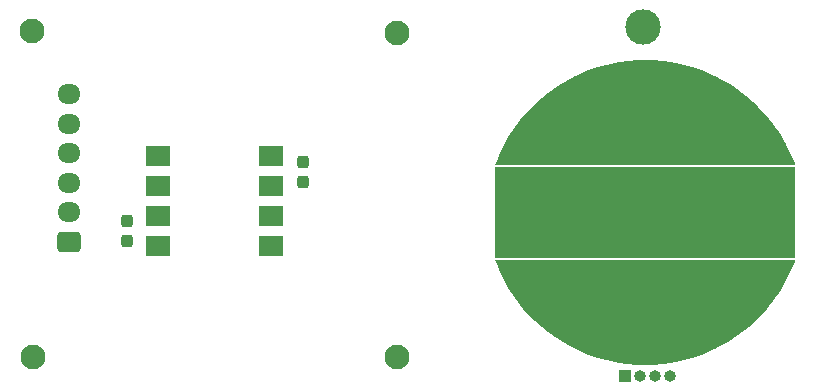
<source format=gbr>
%TF.GenerationSoftware,KiCad,Pcbnew,8.0.4*%
%TF.CreationDate,2024-11-05T13:43:53+01:00*%
%TF.ProjectId,Nutzen,4e75747a-656e-42e6-9b69-6361645f7063,rev?*%
%TF.SameCoordinates,PX791ddc0PY78a3ca0*%
%TF.FileFunction,Soldermask,Bot*%
%TF.FilePolarity,Negative*%
%FSLAX46Y46*%
G04 Gerber Fmt 4.6, Leading zero omitted, Abs format (unit mm)*
G04 Created by KiCad (PCBNEW 8.0.4) date 2024-11-05 13:43:53*
%MOMM*%
%LPD*%
G01*
G04 APERTURE LIST*
G04 Aperture macros list*
%AMRoundRect*
0 Rectangle with rounded corners*
0 $1 Rounding radius*
0 $2 $3 $4 $5 $6 $7 $8 $9 X,Y pos of 4 corners*
0 Add a 4 corners polygon primitive as box body*
4,1,4,$2,$3,$4,$5,$6,$7,$8,$9,$2,$3,0*
0 Add four circle primitives for the rounded corners*
1,1,$1+$1,$2,$3*
1,1,$1+$1,$4,$5*
1,1,$1+$1,$6,$7*
1,1,$1+$1,$8,$9*
0 Add four rect primitives between the rounded corners*
20,1,$1+$1,$2,$3,$4,$5,0*
20,1,$1+$1,$4,$5,$6,$7,0*
20,1,$1+$1,$6,$7,$8,$9,0*
20,1,$1+$1,$8,$9,$2,$3,0*%
G04 Aperture macros list end*
%ADD10C,0.000000*%
%ADD11RoundRect,0.250000X0.725000X-0.600000X0.725000X0.600000X-0.725000X0.600000X-0.725000X-0.600000X0*%
%ADD12O,1.950000X1.700000*%
%ADD13C,2.100000*%
%ADD14RoundRect,0.237500X-0.237500X0.300000X-0.237500X-0.300000X0.237500X-0.300000X0.237500X0.300000X0*%
%ADD15R,2.000000X1.780000*%
%ADD16R,1.000000X1.000000*%
%ADD17O,1.000000X1.000000*%
%ADD18C,3.000000*%
G04 APERTURE END LIST*
D10*
G36*
X66999730Y10720000D02*
G01*
X66999730Y10720000D01*
G75*
G02*
X41599730Y10720000I-12700000J4675447D01*
G01*
X66999730Y10720000D01*
G37*
G36*
X66999730Y10920000D02*
G01*
X41599730Y10920000D01*
X41599730Y18620000D01*
X66999730Y18620000D01*
X66999730Y10920000D01*
G37*
G36*
X41599730Y18820000D02*
G01*
X41599730Y18820000D01*
G75*
G02*
X66999730Y18820000I12700000J-4675447D01*
G01*
X41599730Y18820000D01*
G37*
D11*
%TO.C,J1*%
X5520000Y12270000D03*
D12*
X5520000Y14770000D03*
X5520000Y17270000D03*
X5520000Y19770000D03*
X5520000Y22270000D03*
X5520000Y24770000D03*
%TD*%
D13*
%TO.C,M2*%
X33300000Y30000000D03*
%TD*%
%TO.C,M4*%
X33300000Y2500000D03*
%TD*%
%TO.C,M1*%
X2400000Y30100000D03*
%TD*%
%TO.C,M3*%
X2450000Y2510000D03*
%TD*%
D14*
%TO.C,C7*%
X25300000Y19062500D03*
X25300000Y17337500D03*
%TD*%
D15*
%TO.C,U1*%
X22590000Y19560000D03*
X22590000Y17020000D03*
X22590000Y14480000D03*
X22590000Y11940000D03*
X13060000Y11940000D03*
X13060000Y14480000D03*
X13060000Y17020000D03*
X13060000Y19560000D03*
%TD*%
D14*
%TO.C,C8*%
X10400000Y14062500D03*
X10400000Y12337500D03*
%TD*%
D16*
%TO.C,J3*%
X52559730Y950000D03*
D17*
X53829730Y950000D03*
X55099730Y950000D03*
X56369730Y950000D03*
%TD*%
D18*
%TO.C,REF\u002A\u002A*%
X54129730Y30460000D03*
%TD*%
G36*
X55029459Y27660564D02*
G01*
X55034810Y27660274D01*
X55759724Y27601279D01*
X55765052Y27600700D01*
X56485730Y27502565D01*
X56491018Y27501698D01*
X57205298Y27364717D01*
X57210532Y27363566D01*
X57916386Y27188129D01*
X57921549Y27186696D01*
X58616852Y26973329D01*
X58621931Y26971619D01*
X59304699Y26720934D01*
X59309677Y26718951D01*
X59977836Y26431707D01*
X59982700Y26429459D01*
X60634374Y26106465D01*
X60639109Y26103956D01*
X61272358Y25746170D01*
X61276951Y25743408D01*
X61889877Y25351904D01*
X61894313Y25348899D01*
X62485182Y24924786D01*
X62489450Y24921544D01*
X63056510Y24466077D01*
X63060595Y24462609D01*
X63602154Y23977149D01*
X63606046Y23973466D01*
X64120566Y23459392D01*
X64124253Y23455503D01*
X64610191Y22914355D01*
X64613662Y22910273D01*
X65069621Y22343608D01*
X65072866Y22339343D01*
X65497480Y21748857D01*
X65500490Y21744423D01*
X65892541Y21131811D01*
X65895306Y21127221D01*
X66253629Y20494304D01*
X66256142Y20489571D01*
X66579689Y19838201D01*
X66581942Y19833339D01*
X66869920Y19165070D01*
X66871674Y19160720D01*
X66949432Y18953829D01*
X66952206Y18892707D01*
X66918523Y18841628D01*
X66861249Y18820102D01*
X66856761Y18820000D01*
X41742699Y18820000D01*
X41684508Y18838907D01*
X41648544Y18888407D01*
X41648544Y18949593D01*
X41650028Y18953829D01*
X41727785Y19160720D01*
X41729539Y19165070D01*
X42017517Y19833339D01*
X42019770Y19838201D01*
X42343317Y20489571D01*
X42345830Y20494304D01*
X42704153Y21127221D01*
X42706918Y21131811D01*
X43098969Y21744423D01*
X43101979Y21748857D01*
X43526593Y22339343D01*
X43529838Y22343608D01*
X43985797Y22910273D01*
X43989268Y22914355D01*
X44475206Y23455503D01*
X44478893Y23459392D01*
X44993413Y23973466D01*
X44997305Y23977149D01*
X45538864Y24462609D01*
X45542949Y24466077D01*
X46110009Y24921544D01*
X46114277Y24924786D01*
X46705146Y25348899D01*
X46709582Y25351904D01*
X47322508Y25743408D01*
X47327101Y25746170D01*
X47960350Y26103956D01*
X47965085Y26106465D01*
X48616759Y26429459D01*
X48621623Y26431707D01*
X49289782Y26718951D01*
X49294760Y26720934D01*
X49977528Y26971619D01*
X49982607Y26973329D01*
X50677910Y27186696D01*
X50683073Y27188129D01*
X51388927Y27363566D01*
X51394161Y27364717D01*
X52108441Y27501698D01*
X52113729Y27502565D01*
X52834407Y27600700D01*
X52839735Y27601279D01*
X53564649Y27660274D01*
X53570000Y27660564D01*
X54297051Y27680249D01*
X54302409Y27680249D01*
X55029459Y27660564D01*
G37*
G36*
X66914952Y10701093D02*
G01*
X66950916Y10651593D01*
X66950916Y10590407D01*
X66949432Y10586170D01*
X66871674Y10379280D01*
X66869920Y10374931D01*
X66581942Y9706662D01*
X66579689Y9701800D01*
X66256142Y9050430D01*
X66253629Y9045697D01*
X65895306Y8412780D01*
X65892541Y8408190D01*
X65500490Y7795578D01*
X65497480Y7791144D01*
X65072866Y7200658D01*
X65069621Y7196393D01*
X64613662Y6629728D01*
X64610191Y6625646D01*
X64124253Y6084498D01*
X64120566Y6080609D01*
X63606046Y5566535D01*
X63602154Y5562852D01*
X63060595Y5077392D01*
X63056510Y5073924D01*
X62489450Y4618457D01*
X62485182Y4615215D01*
X61894313Y4191102D01*
X61889877Y4188097D01*
X61276951Y3796593D01*
X61272358Y3793831D01*
X60639109Y3436045D01*
X60634374Y3433536D01*
X59982700Y3110542D01*
X59977836Y3108294D01*
X59309677Y2821050D01*
X59304699Y2819067D01*
X58621931Y2568382D01*
X58616852Y2566672D01*
X57921549Y2353305D01*
X57916386Y2351872D01*
X57210532Y2176435D01*
X57205298Y2175284D01*
X56491018Y2038303D01*
X56485730Y2037436D01*
X55765052Y1939301D01*
X55759724Y1938722D01*
X55034810Y1879727D01*
X55029459Y1879437D01*
X54302409Y1859752D01*
X54297051Y1859752D01*
X53570000Y1879437D01*
X53564649Y1879727D01*
X52839735Y1938722D01*
X52834407Y1939301D01*
X52113729Y2037436D01*
X52108441Y2038303D01*
X51394161Y2175284D01*
X51388927Y2176435D01*
X50683073Y2351872D01*
X50677910Y2353305D01*
X49982607Y2566672D01*
X49977528Y2568382D01*
X49294760Y2819067D01*
X49289782Y2821050D01*
X48621623Y3108294D01*
X48616759Y3110542D01*
X47965085Y3433536D01*
X47960350Y3436045D01*
X47327101Y3793831D01*
X47322508Y3796593D01*
X46709582Y4188097D01*
X46705146Y4191102D01*
X46114277Y4615215D01*
X46110009Y4618457D01*
X45542949Y5073924D01*
X45538864Y5077392D01*
X44997305Y5562852D01*
X44993413Y5566535D01*
X44478893Y6080609D01*
X44475206Y6084498D01*
X43989268Y6625646D01*
X43985797Y6629728D01*
X43529838Y7196393D01*
X43526593Y7200658D01*
X43101979Y7791144D01*
X43098969Y7795578D01*
X42706918Y8408190D01*
X42704153Y8412780D01*
X42345830Y9045697D01*
X42343317Y9050430D01*
X42019770Y9701800D01*
X42017517Y9706662D01*
X41729539Y10374931D01*
X41727785Y10379281D01*
X41650028Y10586171D01*
X41647254Y10647293D01*
X41680937Y10698373D01*
X41738211Y10719898D01*
X41742699Y10720000D01*
X66856761Y10720000D01*
X66914952Y10701093D01*
G37*
M02*

</source>
